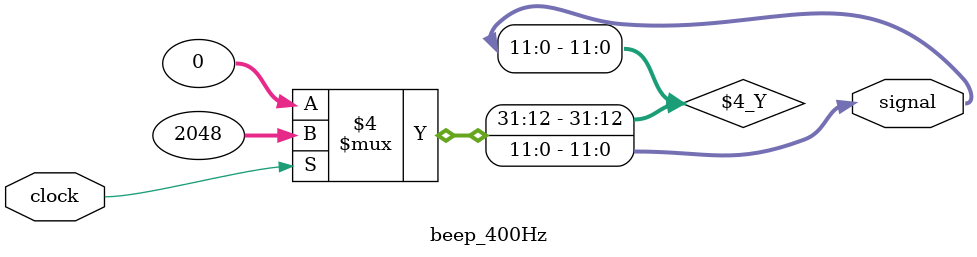
<source format=v>
`timescale 1ns / 1ps


module beep_400Hz(
    input clock,
    output reg [11:0] signal
    );
    
    always @ (clock) begin
        signal = (clock == 1) ? 12'h800 : 0;
    end
    
endmodule

</source>
